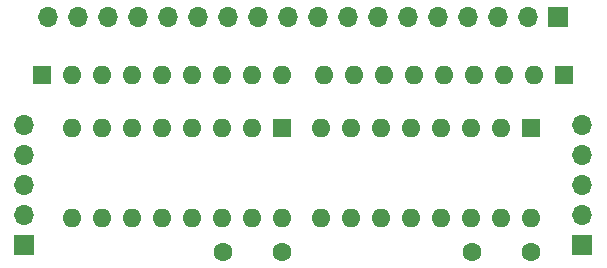
<source format=gbr>
%TF.GenerationSoftware,KiCad,Pcbnew,(6.0.2)*%
%TF.CreationDate,2022-04-13T02:02:00+09:00*%
%TF.ProjectId,joystick-input,6a6f7973-7469-4636-9b2d-696e7075742e,rev?*%
%TF.SameCoordinates,Original*%
%TF.FileFunction,Soldermask,Bot*%
%TF.FilePolarity,Negative*%
%FSLAX46Y46*%
G04 Gerber Fmt 4.6, Leading zero omitted, Abs format (unit mm)*
G04 Created by KiCad (PCBNEW (6.0.2)) date 2022-04-13 02:02:00*
%MOMM*%
%LPD*%
G01*
G04 APERTURE LIST*
%ADD10R,1.700000X1.700000*%
%ADD11O,1.700000X1.700000*%
%ADD12R,1.600000X1.600000*%
%ADD13O,1.600000X1.600000*%
%ADD14C,1.600000*%
G04 APERTURE END LIST*
D10*
%TO.C,IN1*%
X130302000Y-103505000D03*
D11*
X130302000Y-100965000D03*
X130302000Y-98425000D03*
X130302000Y-95885000D03*
X130302000Y-93345000D03*
%TD*%
D12*
%TO.C,74HC165_2*%
X152146000Y-93599000D03*
D13*
X149606000Y-93599000D03*
X147066000Y-93599000D03*
X144526000Y-93599000D03*
X141986000Y-93599000D03*
X139446000Y-93599000D03*
X136906000Y-93599000D03*
X134366000Y-93599000D03*
X134366000Y-101219000D03*
X136906000Y-101219000D03*
X139446000Y-101219000D03*
X141986000Y-101219000D03*
X144526000Y-101219000D03*
X147066000Y-101219000D03*
X149606000Y-101219000D03*
X152146000Y-101219000D03*
%TD*%
D12*
%TO.C,74HC165_1*%
X173228000Y-93599000D03*
D13*
X170688000Y-93599000D03*
X168148000Y-93599000D03*
X165608000Y-93599000D03*
X163068000Y-93599000D03*
X160528000Y-93599000D03*
X157988000Y-93599000D03*
X155448000Y-93599000D03*
X155448000Y-101219000D03*
X157988000Y-101219000D03*
X160528000Y-101219000D03*
X163068000Y-101219000D03*
X165608000Y-101219000D03*
X168148000Y-101219000D03*
X170688000Y-101219000D03*
X173228000Y-101219000D03*
%TD*%
D12*
%TO.C,RN1*%
X176022000Y-89154000D03*
D13*
X173482000Y-89154000D03*
X170942000Y-89154000D03*
X168402000Y-89154000D03*
X165862000Y-89154000D03*
X163322000Y-89154000D03*
X160782000Y-89154000D03*
X158242000Y-89154000D03*
X155702000Y-89154000D03*
%TD*%
D10*
%TO.C,J1*%
X175514000Y-84201000D03*
D11*
X172974000Y-84201000D03*
X170434000Y-84201000D03*
X167894000Y-84201000D03*
X165354000Y-84201000D03*
X162814000Y-84201000D03*
X160274000Y-84201000D03*
X157734000Y-84201000D03*
X155194000Y-84201000D03*
X152654000Y-84201000D03*
X150114000Y-84201000D03*
X147574000Y-84201000D03*
X145034000Y-84201000D03*
X142494000Y-84201000D03*
X139954000Y-84201000D03*
X137414000Y-84201000D03*
X134874000Y-84201000D03*
X132334000Y-84201000D03*
%TD*%
D12*
%TO.C,RN2*%
X131826000Y-89154000D03*
D13*
X134366000Y-89154000D03*
X136906000Y-89154000D03*
X139446000Y-89154000D03*
X141986000Y-89154000D03*
X144526000Y-89154000D03*
X147066000Y-89154000D03*
X149606000Y-89154000D03*
X152146000Y-89154000D03*
%TD*%
D10*
%TO.C,OUT1*%
X177546000Y-103505000D03*
D11*
X177546000Y-100965000D03*
X177546000Y-98425000D03*
X177546000Y-95885000D03*
X177546000Y-93345000D03*
%TD*%
D14*
%TO.C,C2*%
X152146000Y-104140000D03*
X147146000Y-104140000D03*
%TD*%
%TO.C,C1*%
X173228000Y-104140000D03*
X168228000Y-104140000D03*
%TD*%
M02*

</source>
